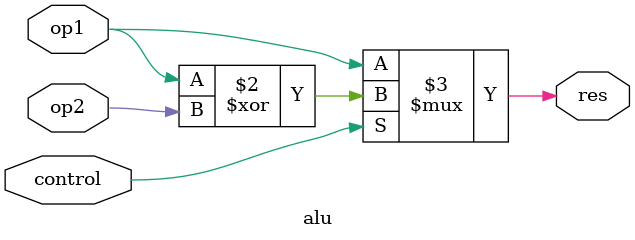
<source format=sv>
`timescale 1ns / 1ps


module alu(
    input wire op1, //input
    input wire op2,
    input wire control, 
    output wire res //output
);
    assign res = (control == 0) ? op1 : (op1^op2);
     
endmodule


</source>
